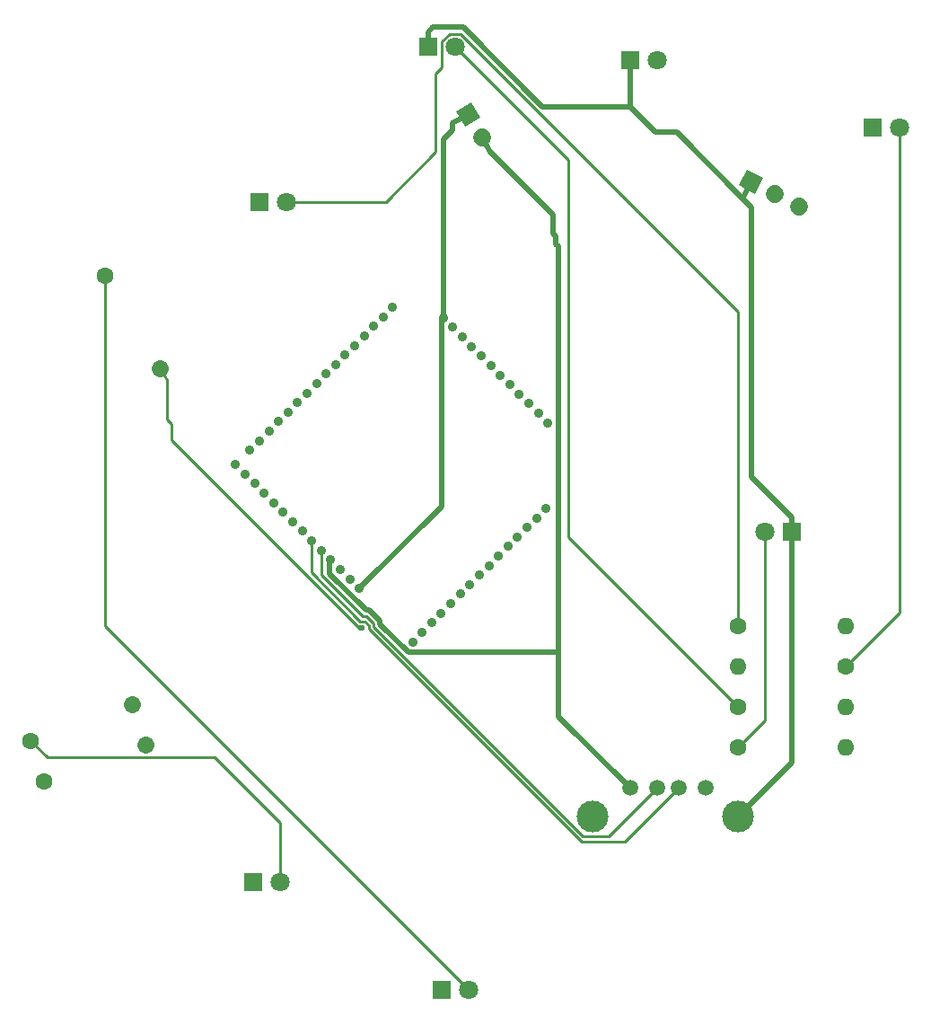
<source format=gbr>
G04 #@! TF.FileFunction,Copper,L2,Bot,Signal*
%FSLAX46Y46*%
G04 Gerber Fmt 4.6, Leading zero omitted, Abs format (unit mm)*
G04 Created by KiCad (PCBNEW 4.0.5) date Sun Feb 19 12:07:56 2017*
%MOMM*%
%LPD*%
G01*
G04 APERTURE LIST*
%ADD10C,0.100000*%
%ADD11C,1.700000*%
%ADD12R,1.800000X1.800000*%
%ADD13C,1.800000*%
%ADD14C,1.500000*%
%ADD15C,3.000000*%
%ADD16C,1.600000*%
%ADD17C,1.600000*%
%ADD18O,1.600000X1.600000*%
%ADD19C,0.914400*%
%ADD20C,0.600000*%
%ADD21C,0.508000*%
%ADD22C,0.250000*%
G04 APERTURE END LIST*
D10*
G36*
X101288878Y-67201122D02*
X100438878Y-65728878D01*
X101911122Y-64878878D01*
X102761122Y-66351122D01*
X101288878Y-67201122D01*
X101288878Y-67201122D01*
G37*
D11*
X102870000Y-68239705D02*
X102870000Y-68239705D01*
D12*
X81280000Y-138430000D03*
D13*
X83820000Y-138430000D03*
D12*
X116840000Y-60960000D03*
D13*
X119380000Y-60960000D03*
D12*
X81915000Y-74295000D03*
D13*
X84455000Y-74295000D03*
D12*
X97790000Y-59690000D03*
D13*
X100330000Y-59690000D03*
D12*
X139700000Y-67310000D03*
D13*
X142240000Y-67310000D03*
D12*
X99060000Y-148590000D03*
D13*
X101600000Y-148590000D03*
D12*
X132080000Y-105410000D03*
D13*
X129540000Y-105410000D03*
D14*
X123950000Y-129540000D03*
X121410000Y-129540000D03*
X119380000Y-129540000D03*
X116840000Y-129540000D03*
D15*
X127000000Y-132210000D03*
X113280000Y-132210000D03*
D10*
G36*
X128621455Y-73539556D02*
X127120444Y-72741455D01*
X127918545Y-71240444D01*
X129419556Y-72038545D01*
X128621455Y-73539556D01*
X128621455Y-73539556D01*
G37*
D11*
X130512687Y-73582458D02*
X130512687Y-73582458D01*
X132755374Y-74774916D02*
X132755374Y-74774916D01*
D16*
X60325000Y-125095000D03*
D17*
X69872277Y-121620075D02*
X69872277Y-121620075D01*
D16*
X61595000Y-128905000D03*
D17*
X71142277Y-125430075D02*
X71142277Y-125430075D01*
D16*
X127000000Y-114300000D03*
D18*
X137160000Y-114300000D03*
D16*
X127000000Y-121920000D03*
D18*
X137160000Y-121920000D03*
D16*
X137160000Y-118110000D03*
D18*
X127000000Y-118110000D03*
D16*
X67310000Y-81280000D03*
D17*
X72542787Y-89988820D02*
X72542787Y-89988820D01*
D16*
X127000000Y-125730000D03*
D18*
X137160000Y-125730000D03*
D19*
X96352880Y-115763276D03*
X86384796Y-92324808D03*
X99226562Y-85230406D03*
X100124588Y-86128431D03*
X101920639Y-87924482D03*
X101022614Y-87026457D03*
X104614716Y-90618559D03*
X105512742Y-91516585D03*
X103716690Y-89720534D03*
X102818665Y-88822508D03*
X108206819Y-94210662D03*
X109104844Y-95108687D03*
X106410767Y-92414610D03*
X107308793Y-93312636D03*
X87731835Y-107142231D03*
X86833809Y-106244205D03*
X90425911Y-109836307D03*
X91323937Y-110734333D03*
X89527886Y-108938282D03*
X88629860Y-108040256D03*
X83241707Y-102652102D03*
X84139732Y-103550128D03*
X85935783Y-105346179D03*
X85037758Y-104448154D03*
X81445655Y-100856051D03*
X82343681Y-101754077D03*
X80547630Y-99958026D03*
X97250906Y-114865251D03*
X98148932Y-113967225D03*
X99944983Y-112171174D03*
X99046957Y-113069200D03*
X102639060Y-109477097D03*
X103537085Y-108579071D03*
X101741034Y-110375123D03*
X100843008Y-111273148D03*
X108027213Y-104088943D03*
X108925239Y-103190918D03*
X106231162Y-105884995D03*
X107129188Y-104986969D03*
X105333137Y-106783020D03*
X104435111Y-107681046D03*
X94467027Y-84242577D03*
X87282822Y-91426782D03*
X88180847Y-90528757D03*
X89976899Y-88732705D03*
X89078873Y-89630731D03*
X92670975Y-86038629D03*
X93569001Y-85140603D03*
X91772950Y-86936654D03*
X90874924Y-87834680D03*
X82792694Y-95916910D03*
X83690719Y-95018885D03*
X85486771Y-93222834D03*
X84588745Y-94120859D03*
X80996642Y-97712962D03*
X81894668Y-96814936D03*
X79649604Y-99060000D03*
D20*
X91566100Y-114447700D03*
D21*
X101600000Y-66040000D02*
X100108500Y-66901100D01*
X99069800Y-85387200D02*
X99226600Y-85230400D01*
X99069800Y-102988400D02*
X99069800Y-85387200D01*
X91323900Y-110734300D02*
X99069800Y-102988400D01*
X100108600Y-66901200D02*
X100108500Y-66901100D01*
X100108600Y-67531400D02*
X100108600Y-66901200D01*
X99226600Y-68413400D02*
X100108600Y-67531400D01*
X99226600Y-85230400D02*
X99226600Y-68413400D01*
X132080000Y-127130000D02*
X132080000Y-105410000D01*
X127000000Y-132210000D02*
X132080000Y-127130000D01*
X132080000Y-105410000D02*
X132080000Y-104001700D01*
X128270000Y-72390000D02*
X127437200Y-73956000D01*
X128270000Y-74788800D02*
X127437200Y-73956000D01*
X128270000Y-100191700D02*
X128270000Y-74788800D01*
X132080000Y-104001700D02*
X128270000Y-100191700D01*
X119270600Y-67755000D02*
X116840000Y-65324400D01*
X121236200Y-67755000D02*
X119270600Y-67755000D01*
X127437200Y-73956000D02*
X121236200Y-67755000D01*
X116840000Y-65324400D02*
X116840000Y-60960000D01*
X98240300Y-57831400D02*
X97790000Y-58281700D01*
X101099900Y-57831400D02*
X98240300Y-57831400D01*
X108592900Y-65324400D02*
X101099900Y-57831400D01*
X116840000Y-65324400D02*
X108592900Y-65324400D01*
X97790000Y-59690000D02*
X97790000Y-58281700D01*
X102870000Y-68239700D02*
X103624500Y-69546600D01*
X110113100Y-122813100D02*
X110113100Y-116762100D01*
X116840000Y-129540000D02*
X110113100Y-122813100D01*
X88544700Y-108125500D02*
X88629900Y-108040300D01*
X88544700Y-109347700D02*
X88544700Y-108125500D01*
X91935800Y-112738800D02*
X88544700Y-109347700D01*
X92274100Y-112738800D02*
X91935800Y-112738800D01*
X93275000Y-113739700D02*
X92274100Y-112738800D01*
X93275000Y-114078000D02*
X93275000Y-113739700D01*
X95959100Y-116762100D02*
X93275000Y-114078000D01*
X110113100Y-116762100D02*
X95959100Y-116762100D01*
X110113100Y-78502800D02*
X110113100Y-116762100D01*
X109871500Y-78261200D02*
X110113100Y-78502800D01*
X109871500Y-77552800D02*
X109871500Y-78261200D01*
X109571800Y-77253100D02*
X109871500Y-77552800D01*
X109571800Y-75493900D02*
X109571800Y-77253100D01*
X103624500Y-69546600D02*
X109571800Y-75493900D01*
D22*
X83820000Y-132796300D02*
X83820000Y-138430000D01*
X77700000Y-126676300D02*
X83820000Y-132796300D01*
X61906300Y-126676300D02*
X77700000Y-126676300D01*
X60325000Y-125095000D02*
X61906300Y-126676300D01*
X93836900Y-74295000D02*
X84455000Y-74295000D01*
X98518600Y-69613300D02*
X93836900Y-74295000D01*
X98518600Y-62219300D02*
X98518600Y-69613300D01*
X99104700Y-61633200D02*
X98518600Y-62219300D01*
X99104700Y-59182500D02*
X99104700Y-61633200D01*
X99822500Y-58464700D02*
X99104700Y-59182500D01*
X100837600Y-58464700D02*
X99822500Y-58464700D01*
X127000000Y-84627100D02*
X100837600Y-58464700D01*
X127000000Y-114300000D02*
X127000000Y-84627100D01*
X110995300Y-70355300D02*
X100330000Y-59690000D01*
X110995300Y-105915300D02*
X110995300Y-70355300D01*
X127000000Y-121920000D02*
X110995300Y-105915300D01*
X100330000Y-59690000D02*
X100085800Y-59445800D01*
X142240000Y-113030000D02*
X142240000Y-67310000D01*
X137160000Y-118110000D02*
X142240000Y-113030000D01*
X67310000Y-114300000D02*
X101600000Y-148590000D01*
X67310000Y-81280000D02*
X67310000Y-114300000D01*
X129540000Y-123190000D02*
X129540000Y-105410000D01*
X127000000Y-125730000D02*
X129540000Y-123190000D01*
X86833800Y-109229700D02*
X86833800Y-106244200D01*
X91426500Y-113822400D02*
X86833800Y-109229700D01*
X91825200Y-113822400D02*
X91426500Y-113822400D01*
X92191400Y-114188600D02*
X91825200Y-113822400D01*
X92191400Y-114528400D02*
X92191400Y-114188600D01*
X112265000Y-134602000D02*
X92191400Y-114528400D01*
X116348000Y-134602000D02*
X112265000Y-134602000D01*
X121410000Y-129540000D02*
X116348000Y-134602000D01*
X87731800Y-109432000D02*
X87731800Y-107142200D01*
X91671900Y-113372100D02*
X87731800Y-109432000D01*
X92011800Y-113372100D02*
X91671900Y-113372100D01*
X92641700Y-114002000D02*
X92011800Y-113372100D01*
X92641700Y-114341800D02*
X92641700Y-114002000D01*
X112395200Y-134095300D02*
X92641700Y-114341800D01*
X114824700Y-134095300D02*
X112395200Y-134095300D01*
X119380000Y-129540000D02*
X114824700Y-134095300D01*
X72542800Y-89988800D02*
X73182300Y-91053100D01*
X91338900Y-114447700D02*
X91566100Y-114447700D01*
X73632500Y-96741300D02*
X91338900Y-114447700D01*
X73632500Y-95243200D02*
X73632500Y-96741300D01*
X73182200Y-94792900D02*
X73632500Y-95243200D01*
X73182200Y-91053200D02*
X73182200Y-94792900D01*
X73182300Y-91053100D02*
X73182200Y-91053200D01*
M02*

</source>
